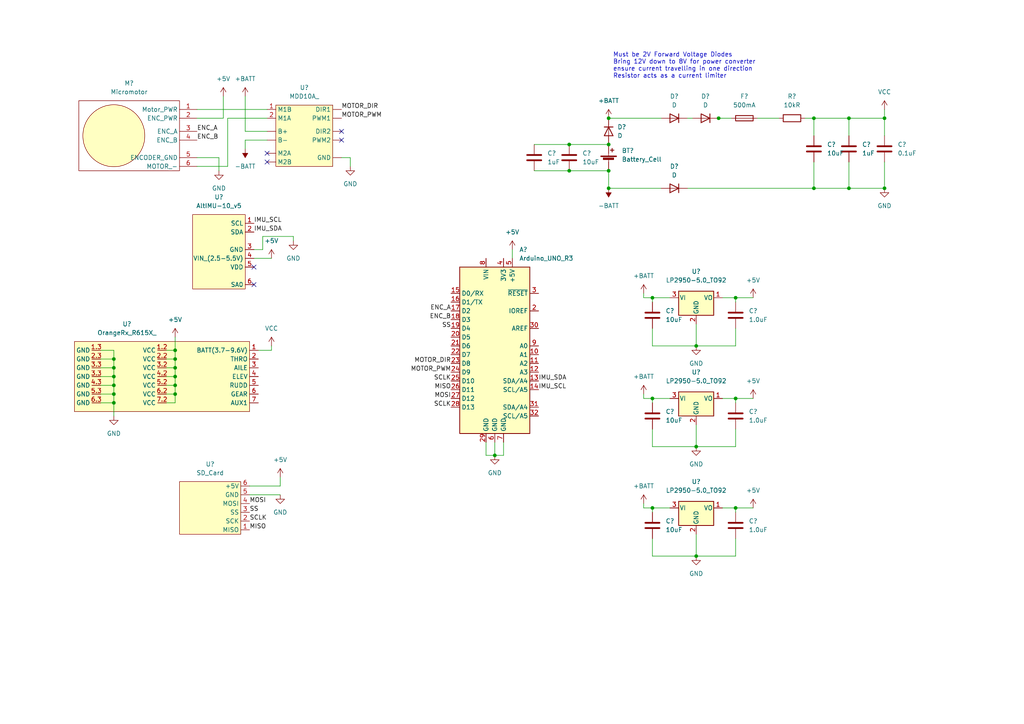
<source format=kicad_sch>
(kicad_sch (version 20211123) (generator eeschema)
  (paper "A4")
  (lib_symbols
    (symbol "Device:Battery_Cell" (pin_numbers hide) (pin_names (offset 0) hide)
      (property "Reference" "BT" (at 2.54 2.54 0))
      (property "Value" "Battery_Cell" (at 2.54 0 0))
      (symbol "Battery_Cell_0_1"
        (rectangle (start -2.286 1.778) (end 2.286 1.524) (fill (type outline)))
        (rectangle (start -1.5748 1.1938) (end 1.4732 0.6858) (fill (type outline)))
        (polyline (pts (xy 0 0.762) (xy 0 0)))
        (polyline (pts (xy 0 1.778) (xy 0 2.54)))
        (polyline (pts (xy 0.508 3.429) (xy 1.524 3.429)) (stroke (width 0.254)))
        (polyline (pts (xy 1.016 3.937) (xy 1.016 2.921)) (stroke (width 0.254)))
      )
      (symbol "Battery_Cell_1_1"
        (pin passive line (at 0 5.08 270) (length 2.54) (name "+") (number "1"))
        (pin passive line (at 0 -2.54 90) (length 2.54) (name "-") (number "2"))
      )
    )
    (symbol "Device:C" (pin_numbers hide) (pin_names (offset 0.254))
      (property "Reference" "C" (at 0.635 2.54 0))
      (property "Value" "C" (at 0.635 -2.54 0))
      (symbol "C_0_1"
        (polyline (pts (xy -2.032 -0.762) (xy 2.032 -0.762)) (stroke (width 0.508)))
        (polyline (pts (xy -2.032 0.762) (xy 2.032 0.762)) (stroke (width 0.508)))
      )
      (symbol "C_1_1"
        (pin passive line (at 0 3.81 270) (length 2.794) (name "~") (number "1"))
        (pin passive line (at 0 -3.81 90) (length 2.794) (name "~") (number "2"))
      )
    )
    (symbol "Device:D" (pin_numbers hide) (pin_names (offset 1.016) hide)
      (property "Reference" "D" (at 0 2.54 0))
      (property "Value" "D" (at 0 -2.54 0))
      (symbol "D_0_1"
        (polyline (pts (xy -1.27 1.27) (xy -1.27 -1.27)) (stroke (width 0.254)))
        (polyline (pts (xy 1.27 0) (xy -1.27 0)))
        (polyline (pts (xy 1.27 1.27) (xy 1.27 -1.27) (xy -1.27 0) (xy 1.27 1.27)) (stroke (width 0.254)))
      )
      (symbol "D_1_1"
        (pin passive line (at -3.81 0 0) (length 2.54) (name "K") (number "1"))
        (pin passive line (at 3.81 0 180) (length 2.54) (name "A") (number "2"))
      )
    )
    (symbol "Device:Fuse" (pin_numbers hide) (pin_names (offset 0))
      (property "Reference" "F" (at 2.032 0 90))
      (property "Value" "Fuse" (at -1.905 0 90))
      (symbol "Fuse_0_1"
        (rectangle (start -0.762 -2.54) (end 0.762 2.54) (stroke (width 0.254)))
        (polyline (pts (xy 0 2.54) (xy 0 -2.54)))
      )
      (symbol "Fuse_1_1"
        (pin passive line (at 0 3.81 270) (length 1.27) (name "~") (number "1"))
        (pin passive line (at 0 -3.81 90) (length 1.27) (name "~") (number "2"))
      )
    )
    (symbol "Device:R" (pin_numbers hide) (pin_names (offset 0))
      (property "Reference" "R" (at 2.032 0 90))
      (property "Value" "R" (at 0 0 90))
      (symbol "R_0_1"
        (rectangle (start -1.016 -2.54) (end 1.016 2.54) (stroke (width 0.254)))
      )
      (symbol "R_1_1"
        (pin passive line (at 0 3.81 270) (length 1.27) (name "~") (number "1"))
        (pin passive line (at 0 -3.81 90) (length 1.27) (name "~") (number "2"))
      )
    )
    (symbol "MCU_Module:Arduino_UNO_R3"
      (property "Reference" "A" (at -10.16 23.495 0))
      (property "Value" "Arduino_UNO_R3" (at 5.08 -26.67 0))
      (symbol "Arduino_UNO_R3_0_1"
        (rectangle (start -10.16 22.86) (end 10.16 -25.4) (stroke (width 0.254)) (fill (type background)))
      )
      (symbol "Arduino_UNO_R3_1_1"
        (pin no_connect line (at -10.16 -20.32 0) (length 2.54) hide (name "NC") (number "1"))
        (pin bidirectional line (at 12.7 -2.54 180) (length 2.54) (name "A1") (number "10"))
        (pin bidirectional line (at 12.7 -5.08 180) (length 2.54) (name "A2") (number "11"))
        (pin bidirectional line (at 12.7 -7.62 180) (length 2.54) (name "A3") (number "12"))
        (pin bidirectional line (at 12.7 -10.16 180) (length 2.54) (name "SDA/A4") (number "13"))
        (pin bidirectional line (at 12.7 -12.7 180) (length 2.54) (name "SCL/A5") (number "14"))
        (pin bidirectional line (at -12.7 15.24 0) (length 2.54) (name "D0/RX") (number "15"))
        (pin bidirectional line (at -12.7 12.7 0) (length 2.54) (name "D1/TX") (number "16"))
        (pin bidirectional line (at -12.7 10.16 0) (length 2.54) (name "D2") (number "17"))
        (pin bidirectional line (at -12.7 7.62 0) (length 2.54) (name "D3") (number "18"))
        (pin bidirectional line (at -12.7 5.08 0) (length 2.54) (name "D4") (number "19"))
        (pin output line (at 12.7 10.16 180) (length 2.54) (name "IOREF") (number "2"))
        (pin bidirectional line (at -12.7 2.54 0) (length 2.54) (name "D5") (number "20"))
        (pin bidirectional line (at -12.7 0 0) (length 2.54) (name "D6") (number "21"))
        (pin bidirectional line (at -12.7 -2.54 0) (length 2.54) (name "D7") (number "22"))
        (pin bidirectional line (at -12.7 -5.08 0) (length 2.54) (name "D8") (number "23"))
        (pin bidirectional line (at -12.7 -7.62 0) (length 2.54) (name "D9") (number "24"))
        (pin bidirectional line (at -12.7 -10.16 0) (length 2.54) (name "D10") (number "25"))
        (pin bidirectional line (at -12.7 -12.7 0) (length 2.54) (name "D11") (number "26"))
        (pin bidirectional line (at -12.7 -15.24 0) (length 2.54) (name "D12") (number "27"))
        (pin bidirectional line (at -12.7 -17.78 0) (length 2.54) (name "D13") (number "28"))
        (pin power_in line (at -2.54 -27.94 90) (length 2.54) (name "GND") (number "29"))
        (pin input line (at 12.7 15.24 180) (length 2.54) (name "~{RESET}") (number "3"))
        (pin input line (at 12.7 5.08 180) (length 2.54) (name "AREF") (number "30"))
        (pin bidirectional line (at 12.7 -17.78 180) (length 2.54) (name "SDA/A4") (number "31"))
        (pin bidirectional line (at 12.7 -20.32 180) (length 2.54) (name "SCL/A5") (number "32"))
        (pin power_out line (at 2.54 25.4 270) (length 2.54) (name "3V3") (number "4"))
        (pin power_out line (at 5.08 25.4 270) (length 2.54) (name "+5V") (number "5"))
        (pin power_in line (at 0 -27.94 90) (length 2.54) (name "GND") (number "6"))
        (pin power_in line (at 2.54 -27.94 90) (length 2.54) (name "GND") (number "7"))
        (pin power_in line (at -2.54 25.4 270) (length 2.54) (name "VIN") (number "8"))
        (pin bidirectional line (at 12.7 0 180) (length 2.54) (name "A0") (number "9"))
      )
    )
    (symbol "Regulator_Linear:LP2950-5.0_TO92" (pin_names (offset 0.254))
      (property "Reference" "U" (at -3.81 3.175 0))
      (property "Value" "LP2950-5.0_TO92" (at 0 3.175 0))
      (symbol "LP2950-5.0_TO92_0_1"
        (rectangle (start -5.08 -5.08) (end 5.08 1.905) (stroke (width 0.254)) (fill (type background)))
      )
      (symbol "LP2950-5.0_TO92_1_1"
        (pin power_out line (at 7.62 0 180) (length 2.54) (name "VO") (number "1"))
        (pin power_in line (at 0 -7.62 90) (length 2.54) (name "GND") (number "2"))
        (pin power_in line (at -7.62 0 0) (length 2.54) (name "VI") (number "3"))
      )
    )
    (symbol "power:+5V" (power) (pin_names (offset 0))
      (property "Value" "+5V" (at 0 3.556 0))
      (symbol "+5V_0_1"
        (polyline (pts (xy -0.762 1.27) (xy 0 2.54)))
        (polyline (pts (xy 0 0) (xy 0 2.54)))
        (polyline (pts (xy 0 2.54) (xy 0.762 1.27)))
      )
      (symbol "+5V_1_1"
        (pin power_in line (at 0 0 90) (length 0) hide (name "+5V") (number "1"))
      )
    )
    (symbol "power:+BATT" (power) (pin_names (offset 0))
      (property "Value" "+BATT" (at 0 3.556 0))
      (symbol "+BATT_0_1"
        (polyline (pts (xy -0.762 1.27) (xy 0 2.54)))
        (polyline (pts (xy 0 0) (xy 0 2.54)))
        (polyline (pts (xy 0 2.54) (xy 0.762 1.27)))
      )
      (symbol "+BATT_1_1"
        (pin power_in line (at 0 0 90) (length 0) hide (name "+BATT") (number "1"))
      )
    )
    (symbol "power:-BATT" (power) (pin_names (offset 0))
      (property "Value" "-BATT" (at 0 3.556 0))
      (symbol "-BATT_0_1"
        (polyline (pts (xy 0 0) (xy 0 2.54)))
        (polyline (pts (xy 0.762 1.27) (xy -0.762 1.27) (xy 0 2.54) (xy 0.762 1.27)) (fill (type outline)))
      )
      (symbol "-BATT_1_1"
        (pin power_in line (at 0 0 90) (length 0) hide (name "-BATT") (number "1"))
      )
    )
    (symbol "power:GND" (power) (pin_names (offset 0))
      (property "Value" "GND" (at 0 -3.81 0))
      (symbol "GND_0_1"
        (polyline (pts (xy 0 0) (xy 0 -1.27) (xy 1.27 -1.27) (xy 0 -2.54) (xy -1.27 -1.27) (xy 0 -1.27)))
      )
      (symbol "GND_1_1"
        (pin power_in line (at 0 0 270) (length 0) hide (name "GND") (number "1"))
      )
    )
    (symbol "power:VCC" (power) (pin_names (offset 0))
      (property "Value" "VCC" (at 0 3.81 0))
      (symbol "VCC_0_1"
        (polyline (pts (xy -0.762 1.27) (xy 0 2.54)))
        (polyline (pts (xy 0 0) (xy 0 2.54)))
        (polyline (pts (xy 0 2.54) (xy 0.762 1.27)))
      )
      (symbol "VCC_1_1"
        (pin power_in line (at 0 0 90) (length 0) hide (name "VCC") (number "1"))
      )
    )
    (symbol "rogallo_wing_test_lib:AltIMU-10_v5"
      (property "Reference" "U" (at -13.97 3.81 0))
      (property "Value" "AltIMU-10_v5" (at -13.97 1.27 0))
      (symbol "AltIMU-10_v5_0_1"
        (rectangle (start -21.59 0) (end -6.35 -21.59) (fill (type background)))
      )
      (symbol "AltIMU-10_v5_1_1"
        (pin input line (at -3.81 -2.54 180) (length 2.54) (name "SCL") (number "1"))
        (pin input line (at -3.81 -5.08 180) (length 2.54) (name "SDA") (number "2"))
        (pin input line (at -3.81 -10.16 180) (length 2.54) (name "GND") (number "3"))
        (pin input line (at -3.81 -12.7 180) (length 2.54) (name "VIN_(2.5-5.5V)") (number "4"))
        (pin input line (at -3.81 -15.24 180) (length 2.54) (name "VDD") (number "5"))
        (pin input line (at -3.81 -20.32 180) (length 2.54) (name "SA0") (number "6"))
      )
    )
    (symbol "rogallo_wing_test_lib:MDD10A_"
      (property "Reference" "U" (at 2.54 2.54 0))
      (property "Value" "MDD10A_" (at 3.81 0 0))
      (symbol "MDD10A__0_1"
        (rectangle (start -5.08 -2.54) (end 11.43 -20.32) (fill (type background)))
      )
      (symbol "MDD10A__1_1"
        (pin input line (at -7.62 -10.16 0) (length 2.54) (name "B+") (number ""))
        (pin input line (at -7.62 -12.7 0) (length 2.54) (name "B-") (number ""))
        (pin input line (at 13.97 -3.81 180) (length 2.54) (name "DIR1") (number ""))
        (pin input line (at 13.97 -10.16 180) (length 2.54) (name "DIR2") (number ""))
        (pin input line (at 13.97 -17.78 180) (length 2.54) (name "GND") (number ""))
        (pin input line (at -7.62 -16.51 0) (length 2.54) (name "M2A") (number ""))
        (pin input line (at -7.62 -19.05 0) (length 2.54) (name "M2B") (number ""))
        (pin input line (at 13.97 -6.35 180) (length 2.54) (name "PWM1") (number ""))
        (pin input line (at 13.97 -12.7 180) (length 2.54) (name "PWM2") (number ""))
        (pin input line (at -7.62 -3.81 0) (length 2.54) (name "M1B") (number "1"))
        (pin input line (at -7.62 -6.35 0) (length 2.54) (name "M1A") (number "2"))
      )
    )
    (symbol "rogallo_wing_test_lib:Micromotor"
      (property "Reference" "M" (at -5.08 -1.27 0))
      (property "Value" "Micromotor" (at -5.08 1.27 0))
      (symbol "Micromotor_0_1"
        (rectangle (start -21.59 -3.81) (end 7.62 -24.13))
        (circle (center -11.43 -13.97) (radius 8.9803) (fill (type background)))
      )
      (symbol "Micromotor_1_1"
        (pin input line (at 12.7 -6.35 180) (length 5.08) (name "Motor_PWR") (number "1"))
        (pin input line (at 12.7 -8.89 180) (length 5.08) (name "ENC_PWR") (number "2"))
        (pin input line (at 12.7 -12.7 180) (length 5.08) (name "ENC_A") (number "3"))
        (pin input line (at 12.7 -15.24 180) (length 5.08) (name "ENC_B") (number "4"))
        (pin input line (at 12.7 -20.32 180) (length 5.08) (name "ENCODER_GND") (number "5"))
        (pin input line (at 12.7 -22.86 180) (length 5.08) (name "MOTOR_-") (number "6"))
      )
    )
    (symbol "rogallo_wing_test_lib:OrangeRx_R615X_"
      (property "Reference" "U" (at 0 0 0))
      (property "Value" "OrangeRx_R615X_" (at 2.54 -2.54 0))
      (symbol "OrangeRx_R615X__0_1"
        (rectangle (start -24.13 -5.08) (end 26.67 -25.4) (fill (type background)))
      )
      (symbol "OrangeRx_R615X__1_1"
        (pin input line (at 29.21 -7.62 180) (length 2.54) (name "BATT(3.7-9.6V)") (number "1"))
        (pin input line (at 2.54 -7.62 180) (length 2.54) (name "VCC") (number "1.2"))
        (pin input line (at -16.51 -7.62 180) (length 2.54) (name "GND") (number "1.3"))
        (pin input line (at 29.21 -10.16 180) (length 2.54) (name "THRO") (number "2"))
        (pin input line (at 2.54 -10.16 180) (length 2.54) (name "VCC") (number "2.2"))
        (pin input line (at -16.51 -10.16 180) (length 2.54) (name "GND") (number "2.3"))
        (pin input line (at 29.21 -12.7 180) (length 2.54) (name "AILE") (number "3"))
        (pin input line (at 2.54 -12.7 180) (length 2.54) (name "VCC") (number "3.2"))
        (pin input line (at -16.51 -15.24 180) (length 2.54) (name "GND") (number "3.3"))
        (pin input line (at -16.51 -12.7 180) (length 2.54) (name "GND") (number "3.3"))
        (pin input line (at 29.21 -15.24 180) (length 2.54) (name "ELEV") (number "4"))
        (pin input line (at 2.54 -15.24 180) (length 2.54) (name "VCC") (number "4.2"))
        (pin input line (at -16.51 -17.78 180) (length 2.54) (name "GND") (number "4.3"))
        (pin input line (at 29.21 -17.78 180) (length 2.54) (name "RUDD") (number "5"))
        (pin input line (at 2.54 -17.78 180) (length 2.54) (name "VCC") (number "5.2"))
        (pin input line (at -16.51 -20.32 180) (length 2.54) (name "GND") (number "5.3"))
        (pin input line (at 29.21 -20.32 180) (length 2.54) (name "GEAR") (number "6"))
        (pin input line (at 2.54 -20.32 180) (length 2.54) (name "VCC") (number "6.2"))
        (pin input line (at -16.51 -22.86 180) (length 2.54) (name "GND") (number "6.3"))
        (pin input line (at 29.21 -22.86 180) (length 2.54) (name "AUX1") (number "7"))
        (pin input line (at 2.54 -22.86 180) (length 2.54) (name "VCC") (number "7.2"))
      )
    )
    (symbol "rogallo_wing_test_lib:SD_Card"
      (property "Reference" "U" (at 3.81 -1.27 0))
      (property "Value" "SD_Card" (at 3.81 0 0))
      (symbol "SD_Card_0_1"
        (rectangle (start -3.81 -2.54) (end 13.97 -17.78) (fill (type background)))
      )
      (symbol "SD_Card_1_1"
        (pin input line (at -6.35 -3.81 0) (length 2.54) (name "MISO") (number "1"))
        (pin input line (at -6.35 -6.35 0) (length 2.54) (name "SCK") (number "2"))
        (pin input line (at -6.35 -8.89 0) (length 2.54) (name "SS") (number "3"))
        (pin input line (at -6.35 -11.43 0) (length 2.54) (name "MOSI") (number "4"))
        (pin input line (at -6.35 -13.97 0) (length 2.54) (name "GND") (number "5"))
        (pin input line (at -6.35 -16.51 0) (length 2.54) (name "+5V") (number "6"))
      )
    )
  )
  (junction (at 50.8 109.22))
  (junction (at 165.1 49.53))
  (junction (at 33.02 111.76))
  (junction (at 50.8 106.68))
  (junction (at 50.8 114.3))
  (junction (at 208.4372 34.29))
  (junction (at 213.36 115.57))
  (junction (at 201.93 161.29))
  (junction (at 246.2228 54.61))
  (junction (at 256.54 54.61))
  (junction (at 236.0628 34.29))
  (junction (at 236.0628 54.61))
  (junction (at 201.93 100.33))
  (junction (at 50.8 104.14))
  (junction (at 256.54 34.29))
  (junction (at 33.02 104.14))
  (junction (at 176.53 41.91))
  (junction (at 189.23 115.57))
  (junction (at 33.02 116.84))
  (junction (at 33.02 109.22))
  (junction (at 176.53 34.29))
  (junction (at 33.02 114.3))
  (junction (at 213.36 86.36))
  (junction (at 165.1 41.91))
  (junction (at 176.53 49.53))
  (junction (at 213.36 147.32))
  (junction (at 246.2228 34.29))
  (junction (at 143.51 132.08))
  (junction (at 33.02 106.68))
  (junction (at 189.23 147.32))
  (junction (at 201.93 129.54))
  (junction (at 50.8 111.76))
  (junction (at 50.8 101.6))
  (junction (at 189.23 86.36))
  (junction (at 176.53 54.61))
  (no_connect (at 73.66 77.47))
  (no_connect (at 99.06 40.64))
  (no_connect (at 77.47 44.45))
  (no_connect (at 77.47 46.99))
  (no_connect (at 99.06 38.1))
  (no_connect (at 73.66 82.55))
  (wire (pts (xy 76.2 72.39) (xy 73.66 72.39)))
  (wire (pts (xy 213.36 147.32) (xy 218.44 147.32)))
  (wire (pts (xy 143.51 132.08) (xy 146.05 132.08)))
  (wire (pts (xy 213.36 147.32) (xy 213.36 148.59)))
  (wire (pts (xy 213.36 86.36) (xy 218.44 86.36)))
  (wire (pts (xy 201.93 123.19) (xy 201.93 129.54)))
  (wire (pts (xy 33.02 109.22) (xy 33.02 111.76)))
  (wire (pts (xy 50.8 114.3) (xy 50.8 116.84)))
  (wire (pts (xy 201.93 129.54) (xy 213.36 129.54)))
  (wire (pts (xy 233.5228 34.29) (xy 236.0628 34.29)))
  (wire (pts (xy 154.94 49.53) (xy 165.1 49.53)))
  (wire (pts (xy 201.93 100.33) (xy 213.36 100.33)))
  (wire (pts (xy 208.28 34.29) (xy 208.4372 34.29)))
  (wire (pts (xy 236.0628 46.99) (xy 236.0628 54.61)))
  (wire (pts (xy 176.53 54.61) (xy 191.77 54.61)))
  (wire (pts (xy 209.55 115.57) (xy 213.36 115.57)))
  (wire (pts (xy 186.69 146.05) (xy 186.69 147.32)))
  (wire (pts (xy 63.5 49.53) (xy 63.5 45.72)))
  (wire (pts (xy 201.93 93.98) (xy 201.93 100.33)))
  (wire (pts (xy 236.0628 34.29) (xy 236.0628 39.37)))
  (wire (pts (xy 29.21 106.68) (xy 33.02 106.68)))
  (wire (pts (xy 66.04 34.29) (xy 66.04 48.26)))
  (wire (pts (xy 246.2228 34.29) (xy 246.2228 39.37)))
  (wire (pts (xy 209.55 147.32) (xy 213.36 147.32)))
  (wire (pts (xy 66.04 48.26) (xy 57.15 48.26)))
  (wire (pts (xy 213.36 115.57) (xy 213.36 116.84)))
  (wire (pts (xy 29.21 104.14) (xy 33.02 104.14)))
  (wire (pts (xy 33.02 106.68) (xy 33.02 109.22)))
  (wire (pts (xy 72.39 143.51) (xy 81.28 143.51)))
  (wire (pts (xy 33.02 101.6) (xy 33.02 104.14)))
  (wire (pts (xy 71.12 38.1) (xy 77.47 38.1)))
  (wire (pts (xy 176.53 34.29) (xy 191.77 34.29)))
  (wire (pts (xy 48.26 114.3) (xy 50.8 114.3)))
  (wire (pts (xy 78.74 100.33) (xy 78.74 101.6)))
  (wire (pts (xy 50.8 109.22) (xy 50.8 111.76)))
  (wire (pts (xy 29.21 109.22) (xy 33.02 109.22)))
  (wire (pts (xy 50.8 97.79) (xy 50.8 101.6)))
  (wire (pts (xy 189.23 115.57) (xy 189.23 116.84)))
  (wire (pts (xy 29.21 116.84) (xy 33.02 116.84)))
  (wire (pts (xy 50.8 106.68) (xy 50.8 109.22)))
  (wire (pts (xy 209.55 86.36) (xy 213.36 86.36)))
  (wire (pts (xy 186.69 86.36) (xy 189.23 86.36)))
  (wire (pts (xy 48.26 104.14) (xy 50.8 104.14)))
  (wire (pts (xy 201.93 154.94) (xy 201.93 161.29)))
  (wire (pts (xy 72.39 140.97) (xy 81.28 140.97)))
  (wire (pts (xy 256.54 46.99) (xy 256.54 54.61)))
  (wire (pts (xy 57.15 34.29) (xy 64.77 34.29)))
  (wire (pts (xy 64.77 27.94) (xy 64.77 34.29)))
  (wire (pts (xy 140.97 132.08) (xy 143.51 132.08)))
  (wire (pts (xy 246.2228 54.61) (xy 256.54 54.61)))
  (wire (pts (xy 81.28 138.43) (xy 81.28 140.97)))
  (wire (pts (xy 50.8 104.14) (xy 50.8 106.68)))
  (wire (pts (xy 201.93 161.29) (xy 213.36 161.29)))
  (wire (pts (xy 101.6 45.72) (xy 101.6 48.26)))
  (wire (pts (xy 50.8 101.6) (xy 50.8 104.14)))
  (wire (pts (xy 165.1 49.53) (xy 176.53 49.53)))
  (wire (pts (xy 73.66 74.93) (xy 78.74 74.93)))
  (wire (pts (xy 213.36 100.33) (xy 213.36 95.25)))
  (wire (pts (xy 176.53 49.53) (xy 176.53 54.61)))
  (wire (pts (xy 189.23 95.25) (xy 189.23 100.33)))
  (wire (pts (xy 213.36 129.54) (xy 213.36 124.46)))
  (wire (pts (xy 246.2228 46.99) (xy 246.2228 54.61)))
  (wire (pts (xy 148.59 72.39) (xy 148.59 74.93)))
  (wire (pts (xy 33.02 104.14) (xy 33.02 106.68)))
  (wire (pts (xy 77.47 40.64) (xy 71.12 40.64)))
  (wire (pts (xy 208.4372 34.29) (xy 212.09 34.29)))
  (wire (pts (xy 165.1 41.91) (xy 176.53 41.91)))
  (wire (pts (xy 63.5 45.72) (xy 57.15 45.72)))
  (wire (pts (xy 186.69 114.3) (xy 186.69 115.57)))
  (wire (pts (xy 143.51 128.27) (xy 143.51 132.08)))
  (wire (pts (xy 140.97 128.27) (xy 140.97 132.08)))
  (wire (pts (xy 186.69 115.57) (xy 189.23 115.57)))
  (wire (pts (xy 194.31 147.32) (xy 189.23 147.32)))
  (wire (pts (xy 71.12 27.94) (xy 71.12 38.1)))
  (wire (pts (xy 146.05 132.08) (xy 146.05 128.27)))
  (wire (pts (xy 50.8 116.84) (xy 48.26 116.84)))
  (wire (pts (xy 213.36 161.29) (xy 213.36 156.21)))
  (wire (pts (xy 236.0628 34.29) (xy 246.2228 34.29)))
  (wire (pts (xy 48.26 111.76) (xy 50.8 111.76)))
  (wire (pts (xy 246.2228 34.29) (xy 256.54 34.29)))
  (wire (pts (xy 186.69 85.09) (xy 186.69 86.36)))
  (wire (pts (xy 199.39 34.29) (xy 200.8172 34.29)))
  (wire (pts (xy 154.94 41.91) (xy 165.1 41.91)))
  (wire (pts (xy 236.0628 54.61) (xy 246.2228 54.61)))
  (wire (pts (xy 48.26 106.68) (xy 50.8 106.68)))
  (wire (pts (xy 57.15 31.75) (xy 77.47 31.75)))
  (wire (pts (xy 189.23 129.54) (xy 201.93 129.54)))
  (wire (pts (xy 213.36 86.36) (xy 213.36 87.63)))
  (wire (pts (xy 48.26 109.22) (xy 50.8 109.22)))
  (wire (pts (xy 194.31 86.36) (xy 189.23 86.36)))
  (wire (pts (xy 76.2 68.58) (xy 85.09 68.58)))
  (wire (pts (xy 29.21 114.3) (xy 33.02 114.3)))
  (wire (pts (xy 199.39 54.61) (xy 236.0628 54.61)))
  (wire (pts (xy 76.2 68.58) (xy 76.2 72.39)))
  (wire (pts (xy 256.54 31.75) (xy 256.54 34.29)))
  (wire (pts (xy 33.02 116.84) (xy 33.02 120.65)))
  (wire (pts (xy 29.21 111.76) (xy 33.02 111.76)))
  (wire (pts (xy 189.23 156.21) (xy 189.23 161.29)))
  (wire (pts (xy 219.71 34.29) (xy 225.9028 34.29)))
  (wire (pts (xy 189.23 86.36) (xy 189.23 87.63)))
  (wire (pts (xy 33.02 111.76) (xy 33.02 114.3)))
  (wire (pts (xy 189.23 147.32) (xy 189.23 148.59)))
  (wire (pts (xy 29.21 101.6) (xy 33.02 101.6)))
  (wire (pts (xy 213.36 115.57) (xy 218.44 115.57)))
  (wire (pts (xy 186.69 147.32) (xy 189.23 147.32)))
  (wire (pts (xy 71.12 40.64) (xy 71.12 43.18)))
  (wire (pts (xy 194.31 115.57) (xy 189.23 115.57)))
  (wire (pts (xy 48.26 101.6) (xy 50.8 101.6)))
  (wire (pts (xy 33.02 114.3) (xy 33.02 116.84)))
  (wire (pts (xy 99.06 45.72) (xy 101.6 45.72)))
  (wire (pts (xy 256.54 34.29) (xy 256.54 39.37)))
  (wire (pts (xy 50.8 111.76) (xy 50.8 114.3)))
  (wire (pts (xy 78.74 101.6) (xy 74.93 101.6)))
  (wire (pts (xy 189.23 161.29) (xy 201.93 161.29)))
  (wire (pts (xy 85.09 68.58) (xy 85.09 69.85)))
  (wire (pts (xy 189.23 124.46) (xy 189.23 129.54)))
  (wire (pts (xy 189.23 100.33) (xy 201.93 100.33)))
  (wire (pts (xy 77.47 34.29) (xy 66.04 34.29)))
  (text "Must be 2V Forward Voltage Diodes\nBring 12V down to 8V for power converter\nensure current travelling in one direction\nResistor acts as a current limiter" (at 177.8 22.86 0) (effects (font (size 1.27 1.27)) (justify left bottom)))
  (label "SS" (at 130.81 95.25 180))
  (label "MOTOR_DIR" (at 130.81 105.41 180))
  (label "ENC_A" (at 130.81 90.17 180))
  (label "IMU_SCL" (at 156.21 113.03 0))
  (label "ENC_A" (at 57.15 38.1 0))
  (label "IMU_SDA" (at 156.21 110.49 0))
  (label "SCLK" (at 130.81 118.11 180))
  (label "ENC_B" (at 57.15 40.64 0))
  (label "SCLK" (at 72.39 151.13 0))
  (label "MISO" (at 130.81 113.03 180))
  (label "MOTOR_DIR" (at 99.06 31.75 0))
  (label "IMU_SDA" (at 73.66 67.31 0))
  (label "SS" (at 72.39 148.59 0))
  (label "MOTOR_PWM" (at 130.81 107.95 180))
  (label "SCLK" (at 130.81 110.49 180))
  (label "MOSI" (at 72.39 146.05 0))
  (label "MISO" (at 72.39 153.67 0))
  (label "ENC_B" (at 130.81 92.71 180))
  (label "IMU_SCL" (at 73.66 64.77 0))
  (label "MOTOR_PWM" (at 99.06 34.29 0))
  (label "MOSI" (at 130.81 115.57 180))
  (symbol (lib_id "power:+5V") (at 218.44 147.32 0) (unit 1)
    (property "Reference" "#PWR?" (effects hide))
    (property "Value" "+5V" (at 218.44 142.24 0))
  )
  (symbol (lib_id "power:GND") (at 33.02 120.65 0) (unit 1)
    (property "Reference" "#PWR?" (effects hide))
    (property "Value" "GND" (at 33.02 125.73 0))
  )
  (symbol (lib_id "power:+5V") (at 64.77 27.94 0) (unit 1)
    (property "Reference" "#PWR?" (effects hide))
    (property "Value" "+5V" (at 64.77 22.86 0))
  )
  (symbol (lib_id "MCU_Module:Arduino_UNO_R3") (at 143.51 100.33 0) (unit 1)
    (property "Reference" "A?" (at 150.6094 72.39 0) (effects (justify left)))
    (property "Value" "Arduino_UNO_R3" (at 150.6094 74.93 0) (effects (justify left)))
    (property "Footprint" "Module:Arduino_UNO_R3" (effects hide))
    (property "Datasheet" "https://www.arduino.cc/en/Main/arduinoBoardUno" (effects hide))
  )
  (symbol (lib_id "power:VCC") (at 256.54 31.75 0) (unit 1)
    (property "Reference" "#PWR?" (effects hide))
    (property "Value" "VCC" (at 256.54 26.67 0))
  )
  (symbol (lib_id "power:+BATT") (at 186.69 114.3 0) (unit 1)
    (property "Reference" "#PWR?" (effects hide))
    (property "Value" "+BATT" (at 186.69 109.22 0))
  )
  (symbol (lib_id "power:GND") (at 201.93 100.33 0) (unit 1)
    (property "Reference" "#PWR?" (effects hide))
    (property "Value" "GND" (at 201.93 105.41 0))
  )
  (symbol (lib_id "rogallo_wing_test_lib:SD_Card") (at 66.04 157.48 180) (unit 1)
    (property "Reference" "U?" (at 60.96 134.62 0))
    (property "Value" "SD_Card" (at 60.96 137.16 0))
  )
  (symbol (lib_id "power:GND") (at 101.6 48.26 0) (unit 1)
    (property "Reference" "#PWR?" (effects hide))
    (property "Value" "GND" (at 101.6 53.34 0))
  )
  (symbol (lib_id "power:+5V") (at 81.28 138.43 0) (unit 1)
    (property "Reference" "#PWR?" (effects hide))
    (property "Value" "+5V" (at 81.28 133.35 0))
  )
  (symbol (lib_id "power:GND") (at 201.93 129.54 0) (unit 1)
    (property "Reference" "#PWR?" (effects hide))
    (property "Value" "GND" (at 201.93 134.62 0))
  )
  (symbol (lib_id "power:GND") (at 201.93 161.29 0) (unit 1)
    (property "Reference" "#PWR?" (effects hide))
    (property "Value" "GND" (at 201.93 166.37 0))
  )
  (symbol (lib_id "rogallo_wing_test_lib:MDD10A_") (at 85.09 27.94 0) (unit 1)
    (property "Reference" "U?" (at 88.265 25.4 0))
    (property "Value" "MDD10A_" (at 88.265 27.94 0))
    (property "Datasheet" "https://docs.google.com/document/d/1ol8nICCTTw5dAHHE_hju08cCVH2GN5_Y3cGC6B4Gbas/edit" (effects hide))
  )
  (symbol (lib_id "Device:C") (at 189.23 91.44 0) (unit 1)
    (property "Reference" "C?" (at 193.04 90.1699 0) (effects (justify left)))
    (property "Value" "10uF" (at 193.04 92.7099 0) (effects (justify left)))
  )
  (symbol (lib_id "power:GND") (at 63.5 49.53 0) (unit 1)
    (property "Reference" "#PWR?" (effects hide))
    (property "Value" "GND" (at 63.5 54.61 0))
  )
  (symbol (lib_id "Regulator_Linear:LP2950-5.0_TO92") (at 201.93 147.32 0) (unit 1)
    (property "Reference" "U?" (at 201.93 139.7 0))
    (property "Value" "LP2950-5.0_TO92" (at 201.93 142.24 0))
    (property "Footprint" "Package_TO_SOT_THT:TO-92_Inline" (effects hide))
    (property "Datasheet" "http://www.ti.com/lit/ds/symlink/lp2951.pdf" (effects hide))
  )
  (symbol (lib_id "power:+5V") (at 50.8 97.79 0) (unit 1)
    (property "Reference" "#PWR?" (effects hide))
    (property "Value" "+5V" (at 50.8 92.71 0))
  )
  (symbol (lib_id "rogallo_wing_test_lib:Micromotor") (at 44.45 25.4 0) (unit 1)
    (property "Reference" "M?" (at 37.465 24.13 0))
    (property "Value" "Micromotor" (at 37.465 26.67 0))
  )
  (symbol (lib_id "power:GND") (at 85.09 69.85 0) (unit 1)
    (property "Reference" "#PWR?" (effects hide))
    (property "Value" "GND" (at 85.09 74.93 0))
  )
  (symbol (lib_id "rogallo_wing_test_lib:OrangeRx_R615X_") (at 45.72 93.98 0) (unit 1)
    (property "Reference" "U?" (at 36.83 93.98 0))
    (property "Value" "OrangeRx_R615X_" (at 36.83 96.52 0))
    (property "Datasheet" "https://cdn-global-hk.hobbyking.com/media/file/672761531X1606554X18.pdf" (effects hide))
  )
  (symbol (lib_id "Device:D") (at 204.6272 34.29 180) (unit 1)
    (property "Reference" "D?" (at 204.6272 27.94 0))
    (property "Value" "D" (at 204.6272 30.48 0))
  )
  (symbol (lib_id "Regulator_Linear:LP2950-5.0_TO92") (at 201.93 115.57 0) (unit 1)
    (property "Reference" "U?" (at 201.93 107.95 0))
    (property "Value" "LP2950-5.0_TO92" (at 201.93 110.49 0))
    (property "Footprint" "Package_TO_SOT_THT:TO-92_Inline" (effects hide))
    (property "Datasheet" "http://www.ti.com/lit/ds/symlink/lp2951.pdf" (effects hide))
  )
  (symbol (lib_id "power:+BATT") (at 186.69 146.05 0) (unit 1)
    (property "Reference" "#PWR?" (effects hide))
    (property "Value" "+BATT" (at 186.69 140.97 0))
  )
  (symbol (lib_id "Regulator_Linear:LP2950-5.0_TO92") (at 201.93 86.36 0) (unit 1)
    (property "Reference" "U?" (at 201.93 78.74 0))
    (property "Value" "LP2950-5.0_TO92" (at 201.93 81.28 0))
    (property "Footprint" "Package_TO_SOT_THT:TO-92_Inline" (effects hide))
    (property "Datasheet" "http://www.ti.com/lit/ds/symlink/lp2951.pdf" (effects hide))
  )
  (symbol (lib_id "power:+BATT") (at 176.53 34.29 0) (unit 1)
    (property "Reference" "#PWR?" (effects hide))
    (property "Value" "+BATT" (at 176.53 29.21 0))
  )
  (symbol (lib_id "Device:D") (at 176.53 38.1 270) (unit 1)
    (property "Reference" "D?" (at 179.07 36.8299 90) (effects (justify left)))
    (property "Value" "D" (at 179.07 39.3699 90) (effects (justify left)))
  )
  (symbol (lib_id "power:-BATT") (at 176.53 54.61 180) (unit 1)
    (property "Reference" "#PWR?" (effects hide))
    (property "Value" "-BATT" (at 176.53 59.69 0))
  )
  (symbol (lib_id "Device:D") (at 195.58 54.61 180) (unit 1)
    (property "Reference" "D?" (at 195.58 48.26 0))
    (property "Value" "D" (at 195.58 50.8 0))
  )
  (symbol (lib_id "Device:C") (at 213.36 152.4 0) (unit 1)
    (property "Reference" "C?" (at 217.17 151.1299 0) (effects (justify left)))
    (property "Value" "1.0uF" (at 217.17 153.6699 0) (effects (justify left)))
  )
  (symbol (lib_id "rogallo_wing_test_lib:AltIMU-10_v5") (at 77.47 62.23 0) (unit 1)
    (property "Reference" "U?" (at 63.5 57.15 0))
    (property "Value" "AltIMU-10_v5" (at 63.5 59.69 0))
    (property "Datasheet" "https://www.pololu.com/product/2739" (effects hide))
  )
  (symbol (lib_id "power:+BATT") (at 186.69 85.09 0) (unit 1)
    (property "Reference" "#PWR?" (effects hide))
    (property "Value" "+BATT" (at 186.69 80.01 0))
  )
  (symbol (lib_id "power:GND") (at 81.28 143.51 0) (unit 1)
    (property "Reference" "#PWR?" (effects hide))
    (property "Value" "GND" (at 81.28 148.59 0))
  )
  (symbol (lib_id "Device:C") (at 213.36 91.44 0) (unit 1)
    (property "Reference" "C?" (at 217.17 90.1699 0) (effects (justify left)))
    (property "Value" "1.0uF" (at 217.17 92.7099 0) (effects (justify left)))
  )
  (symbol (lib_id "Device:C") (at 189.23 152.4 0) (unit 1)
    (property "Reference" "C?" (at 193.04 151.1299 0) (effects (justify left)))
    (property "Value" "10uF" (at 193.04 153.6699 0) (effects (justify left)))
  )
  (symbol (lib_id "power:+5V") (at 218.44 115.57 0) (unit 1)
    (property "Reference" "#PWR?" (effects hide))
    (property "Value" "+5V" (at 218.44 110.49 0))
  )
  (symbol (lib_id "Device:Battery_Cell") (at 176.53 46.99 0) (unit 1)
    (property "Reference" "BT?" (at 180.34 43.6879 0) (effects (justify left)))
    (property "Value" "Battery_Cell" (at 180.34 46.2279 0) (effects (justify left)))
  )
  (symbol (lib_id "power:VCC") (at 78.74 100.33 0) (unit 1)
    (property "Reference" "#PWR?" (effects hide))
    (property "Value" "VCC" (at 78.74 95.25 0))
  )
  (symbol (lib_id "power:-BATT") (at 71.12 43.18 180) (unit 1)
    (property "Reference" "#PWR?" (effects hide))
    (property "Value" "-BATT" (at 71.12 48.26 0))
  )
  (symbol (lib_id "Device:R") (at 229.7128 34.29 90) (unit 1)
    (property "Reference" "R?" (at 229.7128 27.94 90))
    (property "Value" "10kR" (at 229.7128 30.48 90))
  )
  (symbol (lib_id "power:+BATT") (at 71.12 27.94 0) (unit 1)
    (property "Reference" "#PWR?" (effects hide))
    (property "Value" "+BATT" (at 71.12 22.86 0))
  )
  (symbol (lib_id "power:GND") (at 143.51 132.08 0) (unit 1)
    (property "Reference" "#PWR?" (effects hide))
    (property "Value" "GND" (at 143.51 137.16 0))
  )
  (symbol (lib_id "Device:C") (at 256.54 43.18 0) (unit 1)
    (property "Reference" "C?" (at 260.35 41.9099 0) (effects (justify left)))
    (property "Value" "0.1uF" (at 260.35 44.4499 0) (effects (justify left)))
  )
  (symbol (lib_id "Device:C") (at 236.0628 43.18 0) (unit 1)
    (property "Reference" "C?" (at 239.8728 41.9099 0) (effects (justify left)))
    (property "Value" "10uF" (at 239.8728 44.4499 0) (effects (justify left)))
  )
  (symbol (lib_id "Device:C") (at 154.94 45.72 0) (unit 1)
    (property "Reference" "C?" (at 158.75 44.4499 0) (effects (justify left)))
    (property "Value" "1uF" (at 158.75 46.9899 0) (effects (justify left)))
  )
  (symbol (lib_id "power:+5V") (at 78.74 74.93 0) (unit 1)
    (property "Reference" "#PWR?" (effects hide))
    (property "Value" "+5V" (at 78.74 69.85 0))
  )
  (symbol (lib_id "Device:D") (at 195.58 34.29 180) (unit 1)
    (property "Reference" "D?" (at 195.58 27.94 0))
    (property "Value" "D" (at 195.58 30.48 0))
  )
  (symbol (lib_id "power:+5V") (at 148.59 72.39 0) (unit 1)
    (property "Reference" "#PWR?" (effects hide))
    (property "Value" "+5V" (at 148.59 67.31 0))
  )
  (symbol (lib_id "Device:C") (at 165.1 45.72 0) (unit 1)
    (property "Reference" "C?" (at 168.91 44.4499 0) (effects (justify left)))
    (property "Value" "10uF" (at 168.91 46.9899 0) (effects (justify left)))
  )
  (symbol (lib_id "power:+5V") (at 218.44 86.36 0) (unit 1)
    (property "Reference" "#PWR?" (effects hide))
    (property "Value" "+5V" (at 218.44 81.28 0))
  )
  (symbol (lib_id "Device:C") (at 213.36 120.65 0) (unit 1)
    (property "Reference" "C?" (at 217.17 119.3799 0) (effects (justify left)))
    (property "Value" "1.0uF" (at 217.17 121.9199 0) (effects (justify left)))
  )
  (symbol (lib_id "Device:C") (at 189.23 120.65 0) (unit 1)
    (property "Reference" "C?" (at 193.04 119.3799 0) (effects (justify left)))
    (property "Value" "10uF" (at 193.04 121.9199 0) (effects (justify left)))
  )
  (symbol (lib_id "Device:Fuse") (at 215.9 34.29 90) (unit 1)
    (property "Reference" "F?" (at 215.9 27.94 90))
    (property "Value" "500mA" (at 215.9 30.48 90))
  )
  (symbol (lib_id "power:GND") (at 256.54 54.61 0) (unit 1)
    (property "Reference" "#PWR?" (effects hide))
    (property "Value" "GND" (at 256.54 59.69 0))
  )
  (symbol (lib_id "Device:C") (at 246.2228 43.18 0) (unit 1)
    (property "Reference" "C?" (at 250.0328 41.9099 0) (effects (justify left)))
    (property "Value" "1uF" (at 250.0328 44.4499 0) (effects (justify left)))
  )
)
</source>
